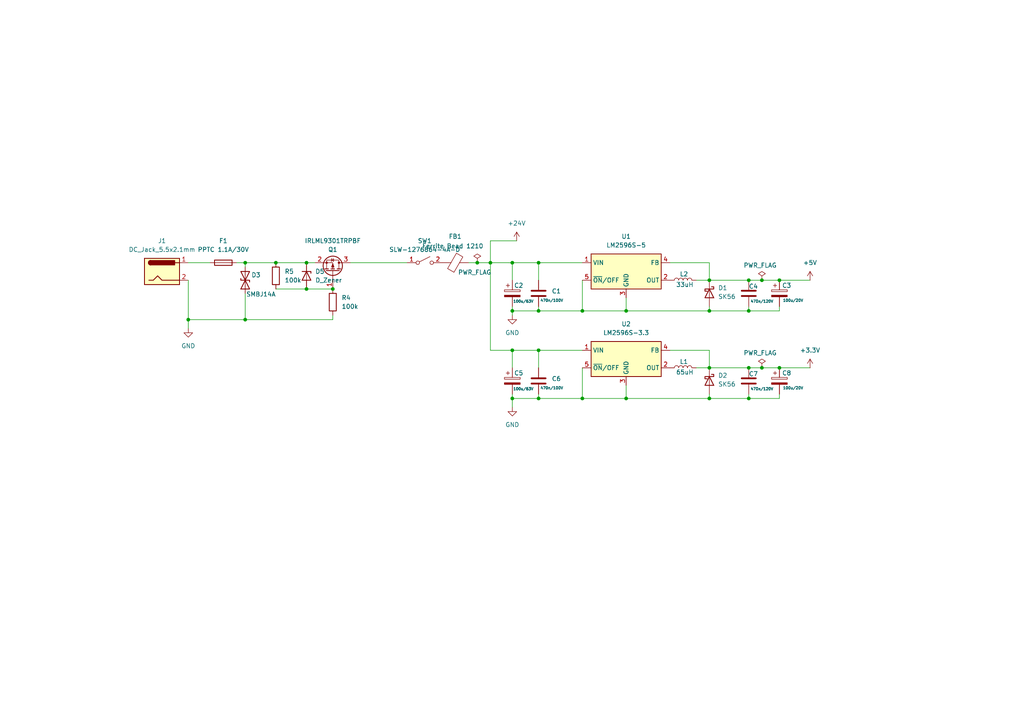
<source format=kicad_sch>
(kicad_sch (version 20250114) (generator "eeschema") (generator_version "9.0")
  (paper "A4")
  (lib_symbols
    (symbol "Connector:Barrel_Jack" (pin_names (offset 1.016))
      (property "Reference" "J1" (at 0 8.89 0))
      (property "Value" "DC_Jack_5.5x2.1mm" (at 0 6.35 0))
      (symbol "Barrel_Jack_0_1"
        (rectangle (start -5.08 3.81) (end 5.08 -3.81) (stroke (width 0.254)) (fill (type background)))
        (polyline (pts (xy -3.81 -2.54) (xy -2.54 -2.54) (xy -1.27 -1.27) (xy 0 -2.54) (xy 2.54 -2.54) (xy 5.08 -2.54)) (stroke (width 0.254)))
        (arc (start -3.302 1.905) (mid -3.9343 2.54) (end -3.302 3.175) (stroke (width 0.254)))
        (arc (start -3.302 1.905) (mid -3.9343 2.54) (end -3.302 3.175) (stroke (width 0.254)) (fill (type outline)))
        (rectangle (start 3.683 3.175) (end -3.302 1.905) (stroke (width 0.254)) (fill (type outline)))
        (polyline (pts (xy 5.08 2.54) (xy 3.81 2.54)) (stroke (width 0.254)))
      )
      (symbol "Barrel_Jack_1_1"
        (pin power_out line (at 7.62 2.54 180) (length 2.54) (name "~") (number "1"))
        (pin power_out line (at 7.62 -2.54 180) (length 2.54) (name "~") (number "2"))
      )
    )
    (symbol "Device:C" (pin_numbers (hide yes)) (pin_names (offset 0.254))
      (property "Reference" "C" (at 0.635 2.54 0))
      (property "Value" "C" (at 0.635 -2.54 0))
      (symbol "C_0_1"
        (polyline (pts (xy -2.032 0.762) (xy 2.032 0.762)) (stroke (width 0.508)))
        (polyline (pts (xy -2.032 -0.762) (xy 2.032 -0.762)) (stroke (width 0.508)))
      )
      (symbol "C_1_1"
        (pin passive line (at 0 3.81 270) (length 2.794) (name "~") (number "1"))
        (pin passive line (at 0 -3.81 90) (length 2.794) (name "~") (number "2"))
      )
    )
    (symbol "Device:C_Polarized" (pin_numbers (hide yes)) (pin_names (offset 0.254))
      (property "Reference" "C" (at 0.635 2.54 0))
      (property "Value" "C_Polarized" (at 0.635 -2.54 0))
      (symbol "C_Polarized_0_1"
        (rectangle (start -2.286 0.508) (end 2.286 1.016))
        (polyline (pts (xy -1.778 2.286) (xy -0.762 2.286)))
        (polyline (pts (xy -1.27 2.794) (xy -1.27 1.778)))
        (rectangle (start 2.286 -0.508) (end -2.286 -1.016) (fill (type outline)))
      )
      (symbol "C_Polarized_1_1"
        (pin passive line (at 0 3.81 270) (length 2.794) (name "~") (number "1"))
        (pin passive line (at 0 -3.81 90) (length 2.794) (name "~") (number "2"))
      )
    )
    (symbol "Device:D_Schottky" (pin_numbers (hide yes)) (pin_names (offset 1.016) (hide yes))
      (property "Reference" "D" (at 0 2.54 0))
      (property "Value" "D_Schottky" (at 0 -2.54 0))
      (symbol "D_Schottky_0_1"
        (polyline (pts (xy -1.905 0.635) (xy -1.905 1.27) (xy -1.27 1.27) (xy -1.27 -1.27) (xy -0.635 -1.27) (xy -0.635 -0.635)) (stroke (width 0.254)))
        (polyline (pts (xy 1.27 1.27) (xy 1.27 -1.27) (xy -1.27 0) (xy 1.27 1.27)) (stroke (width 0.254)))
        (polyline (pts (xy 1.27 0) (xy -1.27 0)))
      )
      (symbol "D_Schottky_1_1"
        (pin passive line (at -3.81 0 0) (length 2.54) (name "K") (number "1"))
        (pin passive line (at 3.81 0 180) (length 2.54) (name "A") (number "2"))
      )
    )
    (symbol "Device:D_TVS" (pin_numbers (hide yes)) (pin_names (offset 1.016) (hide yes))
      (property "Reference" "D" (at 0 2.54 0))
      (property "Value" "D_TVS" (at 0 -2.54 0))
      (symbol "D_TVS_0_1"
        (polyline (pts (xy -2.54 1.27) (xy -2.54 -1.27) (xy 2.54 1.27) (xy 2.54 -1.27) (xy -2.54 1.27)) (stroke (width 0.254)))
        (polyline (pts (xy 0.508 1.27) (xy 0 1.27) (xy 0 -1.27) (xy -0.508 -1.27)) (stroke (width 0.254)))
        (polyline (pts (xy 1.27 0) (xy -1.27 0)))
      )
      (symbol "D_TVS_1_1"
        (pin passive line (at -3.81 0 0) (length 2.54) (name "A1") (number "1"))
        (pin passive line (at 3.81 0 180) (length 2.54) (name "A2") (number "2"))
      )
    )
    (symbol "Device:D_Zener" (pin_numbers (hide yes)) (pin_names (offset 1.016) (hide yes))
      (property "Reference" "D" (at 0 2.54 0))
      (property "Value" "D_Zener" (at 0 -2.54 0))
      (symbol "D_Zener_0_1"
        (polyline (pts (xy -1.27 -1.27) (xy -1.27 1.27) (xy -0.762 1.27)) (stroke (width 0.254)))
        (polyline (pts (xy 1.27 0) (xy -1.27 0)))
        (polyline (pts (xy 1.27 -1.27) (xy 1.27 1.27) (xy -1.27 0) (xy 1.27 -1.27)) (stroke (width 0.254)))
      )
      (symbol "D_Zener_1_1"
        (pin passive line (at -3.81 0 0) (length 2.54) (name "K") (number "1"))
        (pin passive line (at 3.81 0 180) (length 2.54) (name "A") (number "2"))
      )
    )
    (symbol "Device:FerriteBead" (pin_numbers (hide yes)) (pin_names (offset 0))
      (property "Reference" "FB" (at -3.81 0.635 90))
      (property "Value" "FerriteBead" (at 3.81 0 90))
      (symbol "FerriteBead_0_1"
        (polyline (pts (xy -2.7686 0.4064) (xy -1.7018 2.2606) (xy 2.7686 -0.3048) (xy 1.6764 -2.159) (xy -2.7686 0.4064)))
        (polyline (pts (xy 0 1.27) (xy 0 1.2954)))
        (polyline (pts (xy 0 -1.27) (xy 0 -1.2192)))
      )
      (symbol "FerriteBead_1_1"
        (pin passive line (at 0 3.81 270) (length 2.54) (name "~") (number "1"))
        (pin passive line (at 0 -3.81 90) (length 2.54) (name "~") (number "2"))
      )
    )
    (symbol "Device:Fuse" (pin_numbers (hide yes)) (pin_names (offset 0))
      (property "Reference" "F" (at 2.032 0 90))
      (property "Value" "Fuse" (at -1.905 0 90))
      (symbol "Fuse_0_1"
        (rectangle (start -0.762 -2.54) (end 0.762 2.54) (stroke (width 0.254)))
        (polyline (pts (xy 0 2.54) (xy 0 -2.54)))
      )
      (symbol "Fuse_1_1"
        (pin passive line (at 0 3.81 270) (length 1.27) (name "~") (number "1"))
        (pin passive line (at 0 -3.81 90) (length 1.27) (name "~") (number "2"))
      )
    )
    (symbol "Device:L" (pin_numbers (hide yes)) (pin_names (offset 1.016) (hide yes))
      (property "Reference" "L" (at -1.27 0 90))
      (property "Value" "L" (at 1.905 0 90))
      (symbol "L_0_1"
        (arc (start 0 2.54) (mid 0.6323 1.905) (end 0 1.27))
        (arc (start 0 1.27) (mid 0.6323 0.635) (end 0 0))
        (arc (start 0 0) (mid 0.6323 -0.635) (end 0 -1.27))
        (arc (start 0 -1.27) (mid 0.6323 -1.905) (end 0 -2.54))
      )
      (symbol "L_1_1"
        (pin passive line (at 0 3.81 270) (length 1.27) (name "1") (number "1"))
        (pin passive line (at 0 -3.81 90) (length 1.27) (name "2") (number "2"))
      )
    )
    (symbol "Device:R" (pin_numbers (hide yes)) (pin_names (offset 0))
      (property "Reference" "R" (at 2.032 0 90))
      (property "Value" "R" (at 0 0 90))
      (symbol "R_0_1"
        (rectangle (start -1.016 -2.54) (end 1.016 2.54) (stroke (width 0.254)))
      )
      (symbol "R_1_1"
        (pin passive line (at 0 3.81 270) (length 1.27) (name "~") (number "1"))
        (pin passive line (at 0 -3.81 90) (length 1.27) (name "~") (number "2"))
      )
    )
    (symbol "Regulator_Switching:LM2596S-3.3"
      (property "Reference" "U" (at -10.16 6.35 0))
      (property "Value" "LM2596S-3.3" (at 0 6.35 0))
      (symbol "LM2596S-3.3_0_1"
        (rectangle (start -10.16 5.08) (end 10.16 -5.08) (stroke (width 0.254)) (fill (type background)))
      )
      (symbol "LM2596S-3.3_1_1"
        (pin power_in line (at -12.7 2.54 0) (length 2.54) (name "VIN") (number "1"))
        (pin input line (at -12.7 -2.54 0) (length 2.54) (name "~{ON}/OFF") (number "5"))
        (pin power_in line (at 0 -7.62 90) (length 2.54) (name "GND") (number "3"))
        (pin input line (at 12.7 2.54 180) (length 2.54) (name "FB") (number "4"))
        (pin output line (at 12.7 -2.54 180) (length 2.54) (name "OUT") (number "2"))
      )
    )
    (symbol "Regulator_Switching:LM2596S-5"
      (property "Reference" "U1" (at 0 10.16 0))
      (property "Value" "LM2596S-5" (at 0 7.62 0))
      (symbol "LM2596S-5_0_1"
        (rectangle (start -10.16 5.08) (end 10.16 -5.08) (stroke (width 0.254)) (fill (type background)))
      )
      (symbol "LM2596S-5_1_1"
        (pin power_in line (at -12.7 2.54 0) (length 2.54) (name "VIN") (number "1"))
        (pin input line (at -12.7 -2.54 0) (length 2.54) (name "~{ON}/OFF") (number "5"))
        (pin power_in line (at 0 -7.62 90) (length 2.54) (name "GND") (number "3"))
        (pin input line (at 12.7 2.54 180) (length 2.54) (name "FB") (number "4"))
        (pin output line (at 12.7 -2.54 180) (length 2.54) (name "OUT") (number "2"))
      )
    )
    (symbol "Switch:SW_SPST" (pin_names (offset 0) (hide yes))
      (property "Reference" "SW" (at 0 3.175 0))
      (property "Value" "SW_SPST" (at 0 -2.54 0))
      (symbol "SW_SPST_0_0"
        (circle (center -2.032 0) (radius 0.508))
        (polyline (pts (xy -1.524 0.254) (xy 1.524 1.778)))
        (circle (center 2.032 0) (radius 0.508))
      )
      (symbol "SW_SPST_1_1"
        (pin passive line (at -5.08 0 0) (length 2.54) (name "A") (number "1"))
        (pin passive line (at 5.08 0 180) (length 2.54) (name "B") (number "2"))
      )
    )
    (symbol "Transistor_FET:IRLML6402" (pin_names (hide yes))
      (property "Reference" "Q" (at 5.08 1.905 0))
      (property "Value" "IRLML6402" (at 5.08 0 0))
      (symbol "IRLML6402_0_1"
        (polyline (pts (xy 0.254 1.905) (xy 0.254 -1.905)) (stroke (width 0.254)))
        (polyline (pts (xy 0.254 0) (xy -2.54 0)))
        (polyline (pts (xy 0.762 2.286) (xy 0.762 1.27)) (stroke (width 0.254)))
        (polyline (pts (xy 0.762 1.778) (xy 3.302 1.778) (xy 3.302 -1.778) (xy 0.762 -1.778)))
        (polyline (pts (xy 0.762 0.508) (xy 0.762 -0.508)) (stroke (width 0.254)))
        (polyline (pts (xy 0.762 -1.27) (xy 0.762 -2.286)) (stroke (width 0.254)))
        (circle (center 1.651 0) (radius 2.794) (stroke (width 0.254)))
        (polyline (pts (xy 2.286 0) (xy 1.27 0.381) (xy 1.27 -0.381) (xy 2.286 0)) (fill (type outline)))
        (polyline (pts (xy 2.54 2.54) (xy 2.54 1.778)))
        (circle (center 2.54 1.778) (radius 0.254) (fill (type outline)))
        (circle (center 2.54 -1.778) (radius 0.254) (fill (type outline)))
        (polyline (pts (xy 2.54 -2.54) (xy 2.54 0) (xy 0.762 0)))
        (polyline (pts (xy 2.794 -0.508) (xy 2.921 -0.381) (xy 3.683 -0.381) (xy 3.81 -0.254)))
        (polyline (pts (xy 3.302 -0.381) (xy 2.921 0.254) (xy 3.683 0.254) (xy 3.302 -0.381)))
      )
      (symbol "IRLML6402_1_1"
        (pin input line (at -5.08 0 0) (length 2.54) (name "G") (number "1"))
        (pin passive line (at 2.54 5.08 270) (length 2.54) (name "D") (number "3"))
        (pin passive line (at 2.54 -5.08 90) (length 2.54) (name "S") (number "2"))
      )
    )
    (symbol "power:+24V" (power) (pin_numbers (hide yes)) (pin_names (offset 0) (hide yes))
      (property "Value" "+24V" (at 0 3.556 0))
      (symbol "+24V_0_1"
        (polyline (pts (xy -0.762 1.27) (xy 0 2.54)))
        (polyline (pts (xy 0 2.54) (xy 0.762 1.27)))
        (polyline (pts (xy 0 0) (xy 0 2.54)))
      )
      (symbol "+24V_1_1"
        (pin power_in line (at 0 0 90) (length 0) (name "~") (number "1"))
      )
    )
    (symbol "power:+3.3V" (power) (pin_numbers (hide yes)) (pin_names (offset 0) (hide yes))
      (property "Value" "+3.3V" (at 0 3.556 0))
      (symbol "+3.3V_0_1"
        (polyline (pts (xy -0.762 1.27) (xy 0 2.54)))
        (polyline (pts (xy 0 2.54) (xy 0.762 1.27)))
        (polyline (pts (xy 0 0) (xy 0 2.54)))
      )
      (symbol "+3.3V_1_1"
        (pin power_in line (at 0 0 90) (length 0) (name "~") (number "1"))
      )
    )
    (symbol "power:+5V" (power) (pin_numbers (hide yes)) (pin_names (offset 0) (hide yes))
      (property "Value" "+5V" (at 0 3.556 0))
      (symbol "+5V_0_1"
        (polyline (pts (xy -0.762 1.27) (xy 0 2.54)))
        (polyline (pts (xy 0 2.54) (xy 0.762 1.27)))
        (polyline (pts (xy 0 0) (xy 0 2.54)))
      )
      (symbol "+5V_1_1"
        (pin power_in line (at 0 0 90) (length 0) (name "~") (number "1"))
      )
    )
    (symbol "power:GND" (power) (pin_numbers (hide yes)) (pin_names (offset 0) (hide yes))
      (property "Value" "GND" (at 0 -3.81 0))
      (symbol "GND_0_1"
        (polyline (pts (xy 0 0) (xy 0 -1.27) (xy 1.27 -1.27) (xy 0 -2.54) (xy -1.27 -1.27) (xy 0 -1.27)))
      )
      (symbol "GND_1_1"
        (pin power_in line (at 0 0 270) (length 0) (name "~") (number "1"))
      )
    )
    (symbol "power:PWR_FLAG" (power) (pin_numbers (hide yes)) (pin_names (offset 0) (hide yes))
      (property "Value" "PWR_FLAG" (at 0 3.81 0))
      (symbol "PWR_FLAG_0_0"
        (pin power_out line (at 0 0 90) (length 0) (name "~") (number "1"))
      )
      (symbol "PWR_FLAG_0_1"
        (polyline (pts (xy 0 0) (xy 0 1.27) (xy -1.016 1.905) (xy 0 2.54) (xy 1.016 1.905) (xy 0 1.27)))
      )
    )
  )
  (junction (at 226.06 106.68))
  (junction (at 148.59 76.2))
  (junction (at 156.21 90.17))
  (junction (at 217.17 90.17))
  (junction (at 96.52 83.82))
  (junction (at 181.61 115.57))
  (junction (at 138.43 76.2))
  (junction (at 148.59 115.57))
  (junction (at 181.61 90.17))
  (junction (at 220.98 81.28))
  (junction (at 88.9 76.2))
  (junction (at 217.17 106.68))
  (junction (at 217.17 115.57))
  (junction (at 168.91 115.57))
  (junction (at 88.9 83.82))
  (junction (at 54.61 92.71))
  (junction (at 168.91 90.17))
  (junction (at 148.59 90.17))
  (junction (at 220.98 106.68))
  (junction (at 148.59 101.6))
  (junction (at 226.06 81.28))
  (junction (at 71.12 92.71))
  (junction (at 205.74 90.17))
  (junction (at 205.74 81.28))
  (junction (at 205.74 115.57))
  (junction (at 80.01 76.2))
  (junction (at 205.74 106.68))
  (junction (at 156.21 76.2))
  (junction (at 156.21 115.57))
  (junction (at 156.21 101.6))
  (junction (at 217.17 81.28))
  (junction (at 142.24 76.2))
  (junction (at 71.12 76.2))
  (wire (pts (xy 201.93 81.28) (xy 205.74 81.28)))
  (wire (pts (xy 156.21 88.9) (xy 156.21 90.17)))
  (wire (pts (xy 217.17 90.17) (xy 217.17 88.9)))
  (wire (pts (xy 80.01 76.2) (xy 88.9 76.2)))
  (wire (pts (xy 156.21 115.57) (xy 168.91 115.57)))
  (wire (pts (xy 205.74 76.2) (xy 194.31 76.2)))
  (wire (pts (xy 156.21 76.2) (xy 156.21 81.28)))
  (wire (pts (xy 205.74 81.28) (xy 217.17 81.28)))
  (wire (pts (xy 168.91 90.17) (xy 181.61 90.17)))
  (wire (pts (xy 148.59 76.2) (xy 142.24 76.2)))
  (wire (pts (xy 168.91 81.28) (xy 168.91 90.17)))
  (wire (pts (xy 205.74 90.17) (xy 181.61 90.17)))
  (wire (pts (xy 71.12 92.71) (xy 96.52 92.71)))
  (wire (pts (xy 148.59 114.3) (xy 148.59 115.57)))
  (wire (pts (xy 217.17 81.28) (xy 220.98 81.28)))
  (wire (pts (xy 101.6 76.2) (xy 118.11 76.2)))
  (wire (pts (xy 142.24 69.85) (xy 142.24 76.2)))
  (wire (pts (xy 54.61 76.2) (xy 60.96 76.2)))
  (wire (pts (xy 217.17 115.57) (xy 226.06 115.57)))
  (wire (pts (xy 156.21 76.2) (xy 148.59 76.2)))
  (wire (pts (xy 168.91 106.68) (xy 168.91 115.57)))
  (wire (pts (xy 148.59 88.9) (xy 148.59 90.17)))
  (wire (pts (xy 205.74 115.57) (xy 205.74 114.3)))
  (wire (pts (xy 54.61 92.71) (xy 71.12 92.71)))
  (wire (pts (xy 201.93 106.68) (xy 205.74 106.68)))
  (wire (pts (xy 96.52 83.82) (xy 88.9 83.82)))
  (wire (pts (xy 226.06 114.3) (xy 226.06 115.57)))
  (wire (pts (xy 142.24 76.2) (xy 142.24 101.6)))
  (wire (pts (xy 226.06 106.68) (xy 234.95 106.68)))
  (wire (pts (xy 156.21 90.17) (xy 168.91 90.17)))
  (wire (pts (xy 80.01 83.82) (xy 88.9 83.82)))
  (wire (pts (xy 138.43 76.2) (xy 135.89 76.2)))
  (wire (pts (xy 148.59 81.28) (xy 148.59 76.2)))
  (wire (pts (xy 68.58 76.2) (xy 71.12 76.2)))
  (wire (pts (xy 148.59 115.57) (xy 156.21 115.57)))
  (wire (pts (xy 205.74 90.17) (xy 205.74 88.9)))
  (wire (pts (xy 142.24 69.85) (xy 149.86 69.85)))
  (wire (pts (xy 205.74 106.68) (xy 217.17 106.68)))
  (wire (pts (xy 148.59 106.68) (xy 148.59 101.6)))
  (wire (pts (xy 168.91 76.2) (xy 156.21 76.2)))
  (wire (pts (xy 148.59 90.17) (xy 156.21 90.17)))
  (wire (pts (xy 148.59 115.57) (xy 148.59 118.11)))
  (wire (pts (xy 156.21 114.3) (xy 156.21 115.57)))
  (wire (pts (xy 226.06 81.28) (xy 234.95 81.28)))
  (wire (pts (xy 205.74 115.57) (xy 217.17 115.57)))
  (wire (pts (xy 156.21 101.6) (xy 156.21 106.68)))
  (wire (pts (xy 168.91 115.57) (xy 181.61 115.57)))
  (wire (pts (xy 220.98 106.68) (xy 226.06 106.68)))
  (wire (pts (xy 217.17 115.57) (xy 217.17 114.3)))
  (wire (pts (xy 88.9 76.2) (xy 91.44 76.2)))
  (wire (pts (xy 71.12 76.2) (xy 80.01 76.2)))
  (wire (pts (xy 96.52 91.44) (xy 96.52 92.71)))
  (wire (pts (xy 181.61 111.76) (xy 181.61 115.57)))
  (wire (pts (xy 148.59 90.17) (xy 148.59 91.44)))
  (wire (pts (xy 168.91 101.6) (xy 156.21 101.6)))
  (wire (pts (xy 220.98 81.28) (xy 226.06 81.28)))
  (wire (pts (xy 205.74 106.68) (xy 205.74 101.6)))
  (wire (pts (xy 71.12 85.09) (xy 71.12 92.71)))
  (wire (pts (xy 205.74 81.28) (xy 205.74 76.2)))
  (wire (pts (xy 205.74 90.17) (xy 217.17 90.17)))
  (wire (pts (xy 205.74 101.6) (xy 194.31 101.6)))
  (wire (pts (xy 142.24 101.6) (xy 148.59 101.6)))
  (wire (pts (xy 54.61 81.28) (xy 54.61 92.71)))
  (wire (pts (xy 71.12 76.2) (xy 71.12 77.47)))
  (wire (pts (xy 181.61 86.36) (xy 181.61 90.17)))
  (wire (pts (xy 156.21 101.6) (xy 148.59 101.6)))
  (wire (pts (xy 54.61 92.71) (xy 54.61 95.25)))
  (wire (pts (xy 217.17 90.17) (xy 226.06 90.17)))
  (wire (pts (xy 217.17 106.68) (xy 220.98 106.68)))
  (wire (pts (xy 142.24 76.2) (xy 138.43 76.2)))
  (wire (pts (xy 205.74 115.57) (xy 181.61 115.57)))
  (wire (pts (xy 226.06 88.9) (xy 226.06 90.17)))
  (symbol (lib_id "Device:L") (at 198.12 81.28 90) (unit 1)
    (property "Reference" "L2" (at 198.374 79.502 90))
    (property "Value" "33uH" (at 198.628 82.55 90))
    (property "Footprint" "Inductor_SMD:L_6.3x6.3_H3" (effects (hide yes)))
    (property "Datasheet" "Power Inductors - SMD Ind,6.8x6.8x3.8mm,33uH+/-20%,1.35A," (effects (hide yes)))
    (property "Description" "Inductor" (effects (hide yes)))
  )
  (symbol (lib_id "Device:D_Schottky") (at 205.74 110.49 270) (unit 1)
    (property "Reference" "D2" (at 208.28 108.9024 90) (effects (justify left)))
    (property "Value" "SK56" (at 208.28 111.4424 90) (effects (justify left)))
    (property "Footprint" "Diode_SMD:D_SMB-SMC_Universal_Handsoldering" (effects (hide yes)))
    (property "Description" "Schottky diode" (effects (hide yes)))
  )
  (symbol (lib_id "Connector:Barrel_Jack") (at 46.99 78.74 0) (unit 1)
    (property "Reference" "J1" (at 46.99 69.85 0))
    (property "Value" "DC_Jack_5.5x2.1mm" (at 46.99 72.39 0))
    (property "Footprint" "Connector_BarrelJack:BarrelJack_Horizontal" (effects (hide yes)))
    (property "Description" "Gniazdo DC wejście 12 V" (effects (hide yes)))
  )
  (symbol (lib_id "Device:C") (at 217.17 85.09 0) (unit 1)
    (property "Reference" "C4" (at 217.17 83.058 0) (effects (justify left)))
    (property "Value" "470n/120V" (at 217.678 87.376 0) (effects (font (size 0.762 0.762)) (justify left)))
    (property "Footprint" "Capacitor_SMD:C_1808_4520Metric_Pad1.72x2.30mm_HandSolder" (effects (hide yes)))
    (property "Description" "Unpolarized capacitor" (effects (hide yes)))
  )
  (symbol (lib_id "Device:D_Schottky") (at 205.74 85.09 270) (unit 1)
    (property "Reference" "D1" (at 208.28 83.5024 90) (effects (justify left)))
    (property "Value" "SK56" (at 208.28 86.0424 90) (effects (justify left)))
    (property "Footprint" "Diode_SMD:D_SMB-SMC_Universal_Handsoldering" (effects (hide yes)))
    (property "Description" "Schottky diode" (effects (hide yes)))
  )
  (symbol (lib_id "power:+5V") (at 234.95 81.28 0) (unit 1)
    (property "Reference" "#PWR04" (effects (hide yes)))
    (property "Value" "+5V" (at 234.95 76.2 0))
    (property "Description" "Power symbol creates a global label with name \"+5V\"" (effects (hide yes)))
  )
  (symbol (lib_id "Device:L") (at 198.12 106.68 90) (unit 1)
    (property "Reference" "L1" (at 198.374 104.902 90))
    (property "Value" "65uH" (at 198.628 107.95 90))
    (property "Footprint" "Inductor_SMD:L_12x12mm_H4.5mm" (effects (hide yes)))
    (property "Datasheet" "Epcos 871-PID120HS-650M" (effects (hide yes)))
    (property "Description" "Inductor" (effects (hide yes)))
  )
  (symbol (lib_id "Device:C_Polarized") (at 226.06 85.09 0) (unit 1)
    (property "Reference" "C3" (at 226.822 82.804 0) (effects (justify left)))
    (property "Value" "100u/20V" (at 227.076 87.122 0) (effects (font (size 0.762 0.762)) (justify left)))
    (property "Footprint" "Capacitor_THT:CP_Radial_D8.0mm_P3.80mm" (effects (hide yes)))
    (property "Description" "Polarized capacitor" (effects (hide yes)))
  )
  (symbol (lib_id "Transistor_FET:IRLML6402") (at 96.52 78.74 270) (mirror x) (unit 1)
    (property "Reference" "Q1" (at 96.52 72.39 90))
    (property "Value" "IRLML9301TRPBF" (at 96.52 69.85 90))
    (property "Footprint" "Package_TO_SOT_SMD:SOT-23" (effects (hide yes)))
    (property "Datasheet" "https://www.infineon.com/dgdl/irlml6402pbf.pdf?fileId=5546d462533600a401535668d5c2263c" (effects (hide yes)))
    (property "Description" "-3.7A Id, -20V Vds, 65mOhm Rds, P-Channel HEXFET Power MOSFET, SOT-23" (effects (hide yes)))
  )
  (symbol (lib_id "Switch:SW_SPST") (at 123.19 76.2 0) (unit 1)
    (property "Reference" "SW1" (at 123.19 69.85 0))
    (property "Value" "SLW-1276864-4A-D" (at 123.19 72.39 0))
    (property "Footprint" "slide_switches:SLW-1276864-4A-D_FOOTPRINT" (effects (hide yes)))
    (property "Description" "Single Pole Single Throw (SPST) switch" (effects (hide yes)))
  )
  (symbol (lib_id "Device:C") (at 156.21 110.49 0) (unit 1)
    (property "Reference" "C6" (at 160.02 109.8549 0) (effects (justify left)))
    (property "Value" "470n/100V" (at 156.718 112.522 0) (effects (font (size 0.762 0.762)) (justify left)))
    (property "Footprint" "Capacitor_SMD:C_1808_4520Metric_Pad1.72x2.30mm_HandSolder" (effects (hide yes)))
    (property "Description" "Unpolarized capacitor" (effects (hide yes)))
  )
  (symbol (lib_id "Device:D_TVS") (at 71.12 81.28 90) (unit 1)
    (property "Reference" "D3" (at 72.898 79.756 90) (effects (justify right)))
    (property "Value" "SMBJ14A" (at 71.374 85.344 90) (effects (justify right)))
    (property "Footprint" "Diode_SMD:D_SMB" (effects (hide yes)))
    (property "Description" "Bidirectional transient-voltage-suppression diode" (effects (hide yes)))
  )
  (symbol (lib_id "power:+3.3V") (at 234.95 106.68 0) (unit 1)
    (property "Reference" "#PWR05" (effects (hide yes)))
    (property "Value" "+3.3V" (at 234.95 101.6 0))
    (property "Description" "Power symbol creates a global label with name \"+3.3V\"" (effects (hide yes)))
  )
  (symbol (lib_id "Regulator_Switching:LM2596S-5") (at 181.61 78.74 0) (unit 1)
    (property "Reference" "U1" (at 181.61 68.58 0))
    (property "Value" "LM2596S-5" (at 181.61 71.12 0))
    (property "Footprint" "Package_TO_SOT_SMD:TO-263-5_TabPin3" (effects (hide yes)))
    (property "Datasheet" "http://www.ti.com/lit/ds/symlink/lm2596.pdf" (effects (hide yes)))
    (property "Description" "5V 3A Step-Down Voltage Regulator, TO-263" (effects (hide yes)))
  )
  (symbol (lib_id "Device:C") (at 217.17 110.49 0) (unit 1)
    (property "Reference" "C7" (at 217.17 108.458 0) (effects (justify left)))
    (property "Value" "470n/120V" (at 217.678 112.776 0) (effects (font (size 0.762 0.762)) (justify left)))
    (property "Footprint" "Capacitor_SMD:C_1808_4520Metric_Pad1.72x2.30mm_HandSolder" (effects (hide yes)))
    (property "Description" "Unpolarized capacitor" (effects (hide yes)))
  )
  (symbol (lib_id "power:GND") (at 54.61 95.25 0) (unit 1)
    (property "Reference" "#PWR02" (effects (hide yes)))
    (property "Value" "GND" (at 54.61 100.33 0))
    (property "Description" "Power symbol creates a global label with name \"GND\" , ground" (effects (hide yes)))
  )
  (symbol (lib_id "Device:C") (at 156.21 85.09 0) (unit 1)
    (property "Reference" "C1" (at 160.02 84.4549 0) (effects (justify left)))
    (property "Value" "470n/100V" (at 156.718 87.122 0) (effects (font (size 0.762 0.762)) (justify left)))
    (property "Footprint" "Capacitor_SMD:C_1808_4520Metric_Pad1.72x2.30mm_HandSolder" (effects (hide yes)))
    (property "Description" "Unpolarized capacitor" (effects (hide yes)))
  )
  (symbol (lib_id "power:GND") (at 148.59 91.44 0) (unit 1)
    (property "Reference" "#PWR03" (effects (hide yes)))
    (property "Value" "GND" (at 148.59 96.52 0))
    (property "Description" "Power symbol creates a global label with name \"GND\" , ground" (effects (hide yes)))
  )
  (symbol (lib_id "Device:C_Polarized") (at 148.59 110.49 0) (unit 1)
    (property "Reference" "C5" (at 149.098 108.204 0) (effects (justify left)))
    (property "Value" "100u/63V" (at 148.844 112.776 0) (effects (font (size 0.762 0.762)) (justify left)))
    (property "Footprint" "Capacitor_THT:CP_Radial_D8.0mm_P3.80mm" (effects (hide yes)))
    (property "Description" "Polarized capacitor" (effects (hide yes)))
  )
  (symbol (lib_id "Device:C_Polarized") (at 226.06 110.49 0) (unit 1)
    (property "Reference" "C8" (at 226.822 108.204 0) (effects (justify left)))
    (property "Value" "100u/20V" (at 227.076 112.522 0) (effects (font (size 0.762 0.762)) (justify left)))
    (property "Footprint" "Capacitor_THT:CP_Radial_D8.0mm_P3.80mm" (effects (hide yes)))
    (property "Description" "Polarized capacitor" (effects (hide yes)))
  )
  (symbol (lib_id "Device:R") (at 80.01 80.01 0) (unit 1)
    (property "Reference" "R5" (at 82.55 78.7399 0) (effects (justify left)))
    (property "Value" "100k" (at 82.55 81.2799 0) (effects (justify left)))
    (property "Description" "Resistor" (effects (hide yes)))
  )
  (symbol (lib_id "Device:R") (at 96.52 87.63 0) (unit 1)
    (property "Reference" "R4" (at 99.06 86.3599 0) (effects (justify left)))
    (property "Value" "100k" (at 99.06 88.8999 0) (effects (justify left)))
    (property "Description" "Resistor" (effects (hide yes)))
  )
  (symbol (lib_id "Device:D_Zener") (at 88.9 80.01 270) (unit 1)
    (property "Reference" "D5" (at 91.44 78.7399 90) (effects (justify left)))
    (property "Value" "D_Zener" (at 91.44 81.2799 90) (effects (justify left)))
    (property "Description" "Zener diode" (effects (hide yes)))
  )
  (symbol (lib_id "power:+24V") (at 149.86 69.85 0) (unit 1)
    (property "Reference" "#PWR011" (effects (hide yes)))
    (property "Value" "+24V" (at 149.86 64.77 0))
    (property "Description" "Power symbol creates a global label with name \"+24V\"" (effects (hide yes)))
  )
  (symbol (lib_id "power:GND") (at 148.59 118.11 0) (unit 1)
    (property "Reference" "#PWR01" (effects (hide yes)))
    (property "Value" "GND" (at 148.59 123.19 0))
    (property "Description" "Power symbol creates a global label with name \"GND\" , ground" (effects (hide yes)))
  )
  (symbol (lib_id "power:PWR_FLAG") (at 220.98 106.68 0) (unit 1)
    (property "Reference" "#FLG03" (effects (hide yes)))
    (property "Value" "PWR_FLAG" (at 220.472 102.362 0))
    (property "Description" "Special symbol for telling ERC where power comes from" (effects (hide yes)))
  )
  (symbol (lib_id "Device:Fuse") (at 64.77 76.2 90) (unit 1)
    (property "Reference" "F1" (at 64.77 69.85 90))
    (property "Value" "PPTC 1.1A/30V" (at 64.77 72.39 90))
    (property "Footprint" "Fuse:Fuseholder_Blade_Mini_Keystone_3568" (effects (hide yes)))
    (property "Description" "Fuse" (effects (hide yes)))
  )
  (symbol (lib_id "power:PWR_FLAG") (at 138.43 76.2 0) (unit 1)
    (property "Reference" "#FLG01" (effects (hide yes)))
    (property "Value" "PWR_FLAG" (at 137.668 78.994 0))
    (property "Description" "Special symbol for telling ERC where power comes from" (effects (hide yes)))
  )
  (symbol (lib_id "Device:FerriteBead") (at 132.08 76.2 90) (unit 1)
    (property "Reference" "FB1" (at 132.0292 68.58 90))
    (property "Value" "Ferrite Bead 1210" (at 131.318 71.374 90))
    (property "Footprint" "Inductor_SMD:L_1210_3225Metric_Pad1.42x2.65mm_HandSolder" (effects (hide yes)))
    (property "Description" "Ferrite bead" (effects (hide yes)))
  )
  (symbol (lib_id "power:PWR_FLAG") (at 220.98 81.28 0) (unit 1)
    (property "Reference" "#FLG02" (effects (hide yes)))
    (property "Value" "PWR_FLAG" (at 220.472 76.962 0))
    (property "Description" "Special symbol for telling ERC where power comes from" (effects (hide yes)))
  )
  (symbol (lib_id "Device:C_Polarized") (at 148.59 85.09 0) (unit 1)
    (property "Reference" "C2" (at 149.098 82.804 0) (effects (justify left)))
    (property "Value" "100u/63V" (at 148.844 87.376 0) (effects (font (size 0.762 0.762)) (justify left)))
    (property "Footprint" "Capacitor_THT:CP_Radial_D8.0mm_P3.80mm" (effects (hide yes)))
    (property "Description" "Polarized capacitor" (effects (hide yes)))
  )
  (symbol (lib_id "Regulator_Switching:LM2596S-3.3") (at 181.61 104.14 0) (unit 1)
    (property "Reference" "U2" (at 181.61 93.98 0))
    (property "Value" "LM2596S-3.3" (at 181.61 96.52 0))
    (property "Footprint" "Package_TO_SOT_SMD:TO-263-5_TabPin3" (effects (hide yes)))
    (property "Datasheet" "http://www.ti.com/lit/ds/symlink/lm2596.pdf" (effects (hide yes)))
    (property "Description" "3.3V 3A Step-Down Voltage Regulator, TO-263" (effects (hide yes)))
  )
)
</source>
